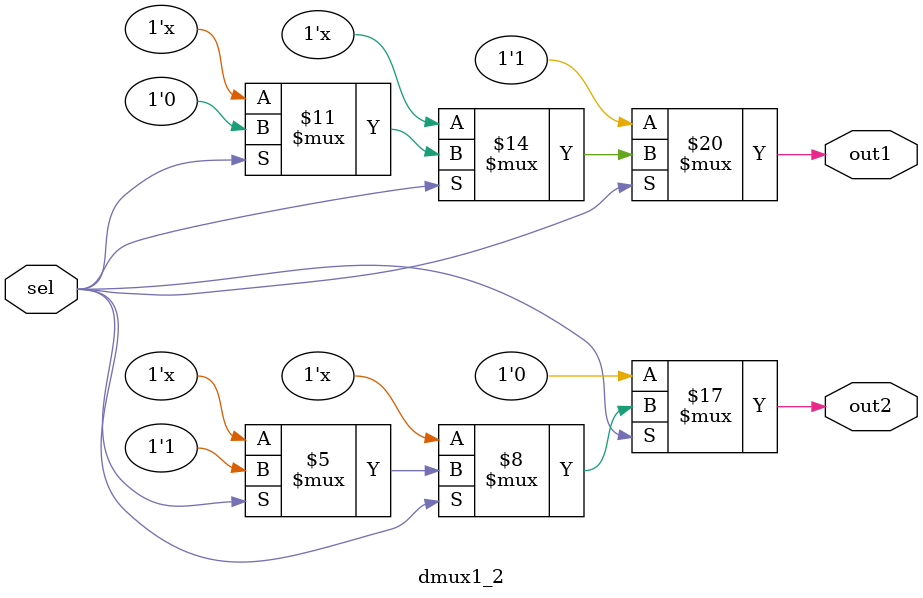
<source format=v>
module dmux1_2(out1, out2, sel);
	
	output out1, out2;
	input sel;
	reg out1, out2;
	always @(sel)
		begin
			if(sel==0)
				begin
					out1=1'b1;
					out2=1'b0;
				end
			else if(sel==1)
				begin
					out1=1'b0;
					out2=1'b1;
				end
		end
	
endmodule

</source>
